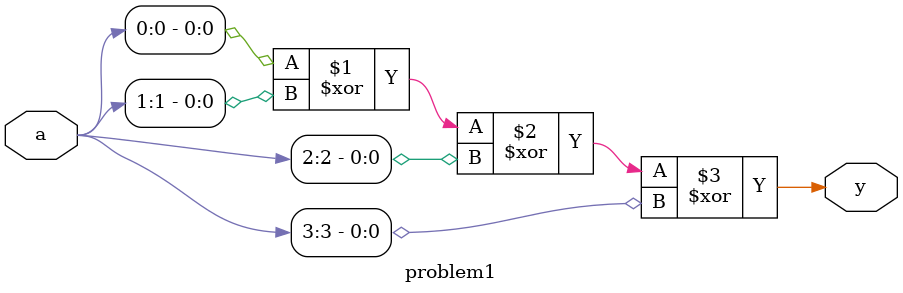
<source format=v>
module problem1(input [3:0] a, output y);

	assign y = a[0] ^ a[1] ^ a[2] ^ a[3];

endmodule

</source>
